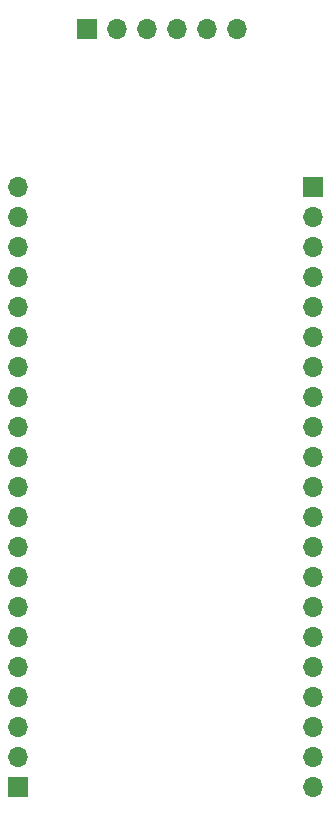
<source format=gbr>
%TF.GenerationSoftware,KiCad,Pcbnew,5.1.9-73d0e3b20d~88~ubuntu20.04.1*%
%TF.CreationDate,2021-03-13T18:10:52+01:00*%
%TF.ProjectId,schematic,73636865-6d61-4746-9963-2e6b69636164,rev?*%
%TF.SameCoordinates,PX6486dd0PY755cad8*%
%TF.FileFunction,Copper,L1,Top*%
%TF.FilePolarity,Positive*%
%FSLAX46Y46*%
G04 Gerber Fmt 4.6, Leading zero omitted, Abs format (unit mm)*
G04 Created by KiCad (PCBNEW 5.1.9-73d0e3b20d~88~ubuntu20.04.1) date 2021-03-13 18:10:52*
%MOMM*%
%LPD*%
G01*
G04 APERTURE LIST*
%TA.AperFunction,ComponentPad*%
%ADD10R,1.700000X1.700000*%
%TD*%
%TA.AperFunction,ComponentPad*%
%ADD11O,1.700000X1.700000*%
%TD*%
G04 APERTURE END LIST*
D10*
%TO.P,J1,1*%
%TO.N,GND*%
X29590000Y55118000D03*
D11*
%TO.P,J1,2*%
%TO.N,N/C*%
X29590000Y52578000D03*
%TO.P,J1,3*%
X29590000Y50038000D03*
%TO.P,J1,4*%
X29590000Y47498000D03*
%TO.P,J1,5*%
X29590000Y44958000D03*
%TO.P,J1,6*%
X29590000Y42418000D03*
%TO.P,J1,7*%
X29590000Y39878000D03*
%TO.P,J1,8*%
X29590000Y37338000D03*
%TO.P,J1,9*%
X29590000Y34798000D03*
%TO.P,J1,10*%
X29590000Y32258000D03*
%TO.P,J1,11*%
X29590000Y29718000D03*
%TO.P,J1,12*%
X29590000Y27178000D03*
%TO.P,J1,13*%
X29590000Y24638000D03*
%TO.P,J1,14*%
X29590000Y22098000D03*
%TO.P,J1,15*%
X29590000Y19558000D03*
%TO.P,J1,16*%
X29590000Y17018000D03*
%TO.P,J1,17*%
X29590000Y14478000D03*
%TO.P,J1,18*%
X29590000Y11938000D03*
%TO.P,J1,19*%
X29590000Y9398000D03*
%TO.P,J1,20*%
X29590000Y6858000D03*
%TO.P,J1,21*%
X29590000Y4318000D03*
%TD*%
D10*
%TO.P,J2,1*%
%TO.N,/3v3*%
X10414000Y68547000D03*
D11*
%TO.P,J2,2*%
%TO.N,GND*%
X12954000Y68547000D03*
%TO.P,J2,3*%
%TO.N,/SDO*%
X15494000Y68547000D03*
%TO.P,J2,4*%
%TO.N,/CSB*%
X18034000Y68547000D03*
%TO.P,J2,5*%
%TO.N,/SDA*%
X20574000Y68547000D03*
%TO.P,J2,6*%
%TO.N,/SCL*%
X23114000Y68547000D03*
%TD*%
%TO.P,J3,21*%
%TO.N,/3v3*%
X4590000Y55118000D03*
%TO.P,J3,20*%
%TO.N,N/C*%
X4590000Y52578000D03*
%TO.P,J3,19*%
%TO.N,/SDO*%
X4590000Y50038000D03*
%TO.P,J3,18*%
%TO.N,/CSB*%
X4590000Y47498000D03*
%TO.P,J3,17*%
%TO.N,/SDA*%
X4590000Y44958000D03*
%TO.P,J3,16*%
%TO.N,/SCL*%
X4590000Y42418000D03*
%TO.P,J3,15*%
%TO.N,N/C*%
X4590000Y39878000D03*
%TO.P,J3,14*%
X4590000Y37338000D03*
%TO.P,J3,13*%
X4590000Y34798000D03*
%TO.P,J3,12*%
X4590000Y32258000D03*
%TO.P,J3,11*%
X4590000Y29718000D03*
%TO.P,J3,10*%
X4590000Y27178000D03*
%TO.P,J3,9*%
X4590000Y24638000D03*
%TO.P,J3,8*%
X4590000Y22098000D03*
%TO.P,J3,7*%
X4590000Y19558000D03*
%TO.P,J3,6*%
X4590000Y17018000D03*
%TO.P,J3,5*%
X4590000Y14478000D03*
%TO.P,J3,4*%
X4590000Y11938000D03*
%TO.P,J3,3*%
X4590000Y9398000D03*
%TO.P,J3,2*%
X4590000Y6858000D03*
D10*
%TO.P,J3,1*%
%TO.N,GND*%
X4590000Y4318000D03*
%TD*%
M02*

</source>
